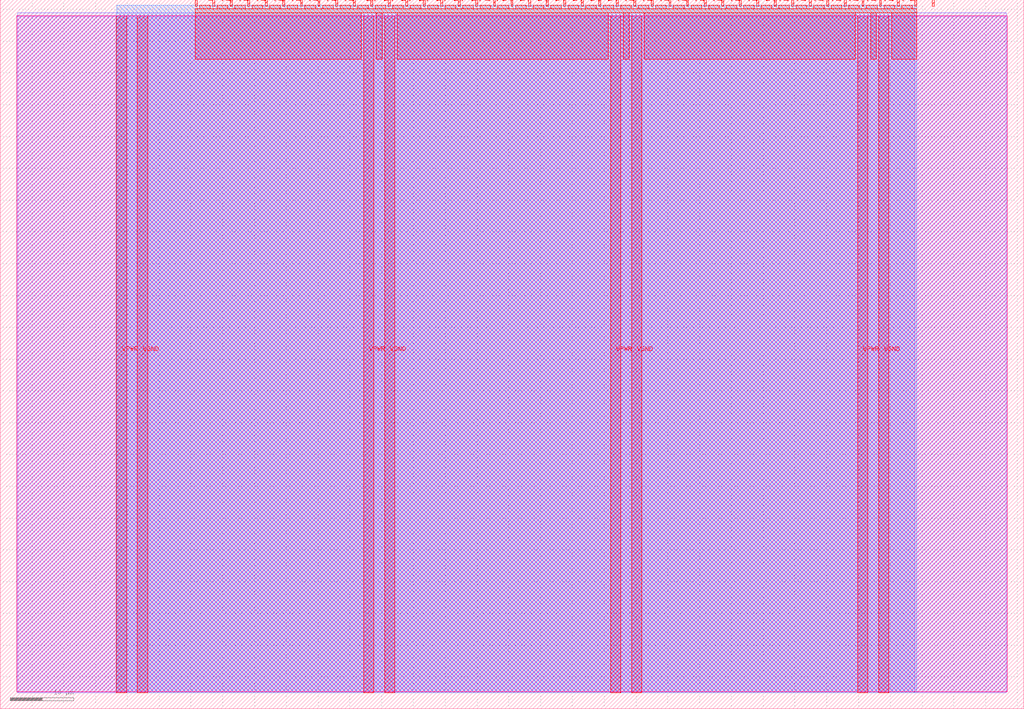
<source format=lef>
VERSION 5.7 ;
  NOWIREEXTENSIONATPIN ON ;
  DIVIDERCHAR "/" ;
  BUSBITCHARS "[]" ;
MACRO tt_um_wokwi_442977493563151361
  CLASS BLOCK ;
  FOREIGN tt_um_wokwi_442977493563151361 ;
  ORIGIN 0.000 0.000 ;
  SIZE 161.000 BY 111.520 ;
  PIN VGND
    DIRECTION INOUT ;
    USE GROUND ;
    PORT
      LAYER met4 ;
        RECT 21.580 2.480 23.180 109.040 ;
    END
    PORT
      LAYER met4 ;
        RECT 60.450 2.480 62.050 109.040 ;
    END
    PORT
      LAYER met4 ;
        RECT 99.320 2.480 100.920 109.040 ;
    END
    PORT
      LAYER met4 ;
        RECT 138.190 2.480 139.790 109.040 ;
    END
  END VGND
  PIN VPWR
    DIRECTION INOUT ;
    USE POWER ;
    PORT
      LAYER met4 ;
        RECT 18.280 2.480 19.880 109.040 ;
    END
    PORT
      LAYER met4 ;
        RECT 57.150 2.480 58.750 109.040 ;
    END
    PORT
      LAYER met4 ;
        RECT 96.020 2.480 97.620 109.040 ;
    END
    PORT
      LAYER met4 ;
        RECT 134.890 2.480 136.490 109.040 ;
    END
  END VPWR
  PIN clk
    DIRECTION INPUT ;
    USE SIGNAL ;
    ANTENNAGATEAREA 0.852000 ;
    PORT
      LAYER met4 ;
        RECT 143.830 110.520 144.130 111.520 ;
    END
  END clk
  PIN ena
    DIRECTION INPUT ;
    USE SIGNAL ;
    PORT
      LAYER met4 ;
        RECT 146.590 110.520 146.890 111.520 ;
    END
  END ena
  PIN rst_n
    DIRECTION INPUT ;
    USE SIGNAL ;
    PORT
      LAYER met4 ;
        RECT 141.070 110.520 141.370 111.520 ;
    END
  END rst_n
  PIN ui_in[0]
    DIRECTION INPUT ;
    USE SIGNAL ;
    ANTENNAGATEAREA 0.196500 ;
    PORT
      LAYER met4 ;
        RECT 138.310 110.520 138.610 111.520 ;
    END
  END ui_in[0]
  PIN ui_in[1]
    DIRECTION INPUT ;
    USE SIGNAL ;
    ANTENNAGATEAREA 0.196500 ;
    PORT
      LAYER met4 ;
        RECT 135.550 110.520 135.850 111.520 ;
    END
  END ui_in[1]
  PIN ui_in[2]
    DIRECTION INPUT ;
    USE SIGNAL ;
    ANTENNAGATEAREA 0.196500 ;
    PORT
      LAYER met4 ;
        RECT 132.790 110.520 133.090 111.520 ;
    END
  END ui_in[2]
  PIN ui_in[3]
    DIRECTION INPUT ;
    USE SIGNAL ;
    ANTENNAGATEAREA 0.196500 ;
    PORT
      LAYER met4 ;
        RECT 130.030 110.520 130.330 111.520 ;
    END
  END ui_in[3]
  PIN ui_in[4]
    DIRECTION INPUT ;
    USE SIGNAL ;
    ANTENNAGATEAREA 0.196500 ;
    PORT
      LAYER met4 ;
        RECT 127.270 110.520 127.570 111.520 ;
    END
  END ui_in[4]
  PIN ui_in[5]
    DIRECTION INPUT ;
    USE SIGNAL ;
    ANTENNAGATEAREA 0.196500 ;
    PORT
      LAYER met4 ;
        RECT 124.510 110.520 124.810 111.520 ;
    END
  END ui_in[5]
  PIN ui_in[6]
    DIRECTION INPUT ;
    USE SIGNAL ;
    ANTENNAGATEAREA 0.196500 ;
    PORT
      LAYER met4 ;
        RECT 121.750 110.520 122.050 111.520 ;
    END
  END ui_in[6]
  PIN ui_in[7]
    DIRECTION INPUT ;
    USE SIGNAL ;
    ANTENNAGATEAREA 0.196500 ;
    PORT
      LAYER met4 ;
        RECT 118.990 110.520 119.290 111.520 ;
    END
  END ui_in[7]
  PIN uio_in[0]
    DIRECTION INPUT ;
    USE SIGNAL ;
    PORT
      LAYER met4 ;
        RECT 116.230 110.520 116.530 111.520 ;
    END
  END uio_in[0]
  PIN uio_in[1]
    DIRECTION INPUT ;
    USE SIGNAL ;
    PORT
      LAYER met4 ;
        RECT 113.470 110.520 113.770 111.520 ;
    END
  END uio_in[1]
  PIN uio_in[2]
    DIRECTION INPUT ;
    USE SIGNAL ;
    PORT
      LAYER met4 ;
        RECT 110.710 110.520 111.010 111.520 ;
    END
  END uio_in[2]
  PIN uio_in[3]
    DIRECTION INPUT ;
    USE SIGNAL ;
    PORT
      LAYER met4 ;
        RECT 107.950 110.520 108.250 111.520 ;
    END
  END uio_in[3]
  PIN uio_in[4]
    DIRECTION INPUT ;
    USE SIGNAL ;
    PORT
      LAYER met4 ;
        RECT 105.190 110.520 105.490 111.520 ;
    END
  END uio_in[4]
  PIN uio_in[5]
    DIRECTION INPUT ;
    USE SIGNAL ;
    PORT
      LAYER met4 ;
        RECT 102.430 110.520 102.730 111.520 ;
    END
  END uio_in[5]
  PIN uio_in[6]
    DIRECTION INPUT ;
    USE SIGNAL ;
    PORT
      LAYER met4 ;
        RECT 99.670 110.520 99.970 111.520 ;
    END
  END uio_in[6]
  PIN uio_in[7]
    DIRECTION INPUT ;
    USE SIGNAL ;
    PORT
      LAYER met4 ;
        RECT 96.910 110.520 97.210 111.520 ;
    END
  END uio_in[7]
  PIN uio_oe[0]
    DIRECTION OUTPUT ;
    USE SIGNAL ;
    PORT
      LAYER met4 ;
        RECT 49.990 110.520 50.290 111.520 ;
    END
  END uio_oe[0]
  PIN uio_oe[1]
    DIRECTION OUTPUT ;
    USE SIGNAL ;
    PORT
      LAYER met4 ;
        RECT 47.230 110.520 47.530 111.520 ;
    END
  END uio_oe[1]
  PIN uio_oe[2]
    DIRECTION OUTPUT ;
    USE SIGNAL ;
    PORT
      LAYER met4 ;
        RECT 44.470 110.520 44.770 111.520 ;
    END
  END uio_oe[2]
  PIN uio_oe[3]
    DIRECTION OUTPUT ;
    USE SIGNAL ;
    PORT
      LAYER met4 ;
        RECT 41.710 110.520 42.010 111.520 ;
    END
  END uio_oe[3]
  PIN uio_oe[4]
    DIRECTION OUTPUT ;
    USE SIGNAL ;
    PORT
      LAYER met4 ;
        RECT 38.950 110.520 39.250 111.520 ;
    END
  END uio_oe[4]
  PIN uio_oe[5]
    DIRECTION OUTPUT ;
    USE SIGNAL ;
    PORT
      LAYER met4 ;
        RECT 36.190 110.520 36.490 111.520 ;
    END
  END uio_oe[5]
  PIN uio_oe[6]
    DIRECTION OUTPUT ;
    USE SIGNAL ;
    PORT
      LAYER met4 ;
        RECT 33.430 110.520 33.730 111.520 ;
    END
  END uio_oe[6]
  PIN uio_oe[7]
    DIRECTION OUTPUT ;
    USE SIGNAL ;
    PORT
      LAYER met4 ;
        RECT 30.670 110.520 30.970 111.520 ;
    END
  END uio_oe[7]
  PIN uio_out[0]
    DIRECTION OUTPUT ;
    USE SIGNAL ;
    PORT
      LAYER met4 ;
        RECT 72.070 110.520 72.370 111.520 ;
    END
  END uio_out[0]
  PIN uio_out[1]
    DIRECTION OUTPUT ;
    USE SIGNAL ;
    PORT
      LAYER met4 ;
        RECT 69.310 110.520 69.610 111.520 ;
    END
  END uio_out[1]
  PIN uio_out[2]
    DIRECTION OUTPUT ;
    USE SIGNAL ;
    PORT
      LAYER met4 ;
        RECT 66.550 110.520 66.850 111.520 ;
    END
  END uio_out[2]
  PIN uio_out[3]
    DIRECTION OUTPUT ;
    USE SIGNAL ;
    PORT
      LAYER met4 ;
        RECT 63.790 110.520 64.090 111.520 ;
    END
  END uio_out[3]
  PIN uio_out[4]
    DIRECTION OUTPUT ;
    USE SIGNAL ;
    PORT
      LAYER met4 ;
        RECT 61.030 110.520 61.330 111.520 ;
    END
  END uio_out[4]
  PIN uio_out[5]
    DIRECTION OUTPUT ;
    USE SIGNAL ;
    PORT
      LAYER met4 ;
        RECT 58.270 110.520 58.570 111.520 ;
    END
  END uio_out[5]
  PIN uio_out[6]
    DIRECTION OUTPUT ;
    USE SIGNAL ;
    PORT
      LAYER met4 ;
        RECT 55.510 110.520 55.810 111.520 ;
    END
  END uio_out[6]
  PIN uio_out[7]
    DIRECTION OUTPUT ;
    USE SIGNAL ;
    PORT
      LAYER met4 ;
        RECT 52.750 110.520 53.050 111.520 ;
    END
  END uio_out[7]
  PIN uo_out[0]
    DIRECTION OUTPUT ;
    USE SIGNAL ;
    ANTENNADIFFAREA 0.445500 ;
    PORT
      LAYER met4 ;
        RECT 94.150 110.520 94.450 111.520 ;
    END
  END uo_out[0]
  PIN uo_out[1]
    DIRECTION OUTPUT ;
    USE SIGNAL ;
    ANTENNADIFFAREA 0.445500 ;
    PORT
      LAYER met4 ;
        RECT 91.390 110.520 91.690 111.520 ;
    END
  END uo_out[1]
  PIN uo_out[2]
    DIRECTION OUTPUT ;
    USE SIGNAL ;
    ANTENNADIFFAREA 0.445500 ;
    PORT
      LAYER met4 ;
        RECT 88.630 110.520 88.930 111.520 ;
    END
  END uo_out[2]
  PIN uo_out[3]
    DIRECTION OUTPUT ;
    USE SIGNAL ;
    ANTENNADIFFAREA 0.445500 ;
    PORT
      LAYER met4 ;
        RECT 85.870 110.520 86.170 111.520 ;
    END
  END uo_out[3]
  PIN uo_out[4]
    DIRECTION OUTPUT ;
    USE SIGNAL ;
    ANTENNADIFFAREA 0.445500 ;
    PORT
      LAYER met4 ;
        RECT 83.110 110.520 83.410 111.520 ;
    END
  END uo_out[4]
  PIN uo_out[5]
    DIRECTION OUTPUT ;
    USE SIGNAL ;
    ANTENNADIFFAREA 0.445500 ;
    PORT
      LAYER met4 ;
        RECT 80.350 110.520 80.650 111.520 ;
    END
  END uo_out[5]
  PIN uo_out[6]
    DIRECTION OUTPUT ;
    USE SIGNAL ;
    ANTENNADIFFAREA 0.445500 ;
    PORT
      LAYER met4 ;
        RECT 77.590 110.520 77.890 111.520 ;
    END
  END uo_out[6]
  PIN uo_out[7]
    DIRECTION OUTPUT ;
    USE SIGNAL ;
    ANTENNADIFFAREA 0.445500 ;
    PORT
      LAYER met4 ;
        RECT 74.830 110.520 75.130 111.520 ;
    END
  END uo_out[7]
  OBS
      LAYER nwell ;
        RECT 2.570 2.635 158.430 108.990 ;
      LAYER li1 ;
        RECT 2.760 2.635 158.240 108.885 ;
      LAYER met1 ;
        RECT 2.760 2.480 158.240 109.440 ;
      LAYER met2 ;
        RECT 18.310 2.535 143.880 110.685 ;
      LAYER met3 ;
        RECT 18.290 2.555 144.170 110.665 ;
      LAYER met4 ;
        RECT 31.370 110.120 33.030 110.665 ;
        RECT 34.130 110.120 35.790 110.665 ;
        RECT 36.890 110.120 38.550 110.665 ;
        RECT 39.650 110.120 41.310 110.665 ;
        RECT 42.410 110.120 44.070 110.665 ;
        RECT 45.170 110.120 46.830 110.665 ;
        RECT 47.930 110.120 49.590 110.665 ;
        RECT 50.690 110.120 52.350 110.665 ;
        RECT 53.450 110.120 55.110 110.665 ;
        RECT 56.210 110.120 57.870 110.665 ;
        RECT 58.970 110.120 60.630 110.665 ;
        RECT 61.730 110.120 63.390 110.665 ;
        RECT 64.490 110.120 66.150 110.665 ;
        RECT 67.250 110.120 68.910 110.665 ;
        RECT 70.010 110.120 71.670 110.665 ;
        RECT 72.770 110.120 74.430 110.665 ;
        RECT 75.530 110.120 77.190 110.665 ;
        RECT 78.290 110.120 79.950 110.665 ;
        RECT 81.050 110.120 82.710 110.665 ;
        RECT 83.810 110.120 85.470 110.665 ;
        RECT 86.570 110.120 88.230 110.665 ;
        RECT 89.330 110.120 90.990 110.665 ;
        RECT 92.090 110.120 93.750 110.665 ;
        RECT 94.850 110.120 96.510 110.665 ;
        RECT 97.610 110.120 99.270 110.665 ;
        RECT 100.370 110.120 102.030 110.665 ;
        RECT 103.130 110.120 104.790 110.665 ;
        RECT 105.890 110.120 107.550 110.665 ;
        RECT 108.650 110.120 110.310 110.665 ;
        RECT 111.410 110.120 113.070 110.665 ;
        RECT 114.170 110.120 115.830 110.665 ;
        RECT 116.930 110.120 118.590 110.665 ;
        RECT 119.690 110.120 121.350 110.665 ;
        RECT 122.450 110.120 124.110 110.665 ;
        RECT 125.210 110.120 126.870 110.665 ;
        RECT 127.970 110.120 129.630 110.665 ;
        RECT 130.730 110.120 132.390 110.665 ;
        RECT 133.490 110.120 135.150 110.665 ;
        RECT 136.250 110.120 137.910 110.665 ;
        RECT 139.010 110.120 140.670 110.665 ;
        RECT 141.770 110.120 143.430 110.665 ;
        RECT 30.655 109.440 144.145 110.120 ;
        RECT 30.655 102.175 56.750 109.440 ;
        RECT 59.150 102.175 60.050 109.440 ;
        RECT 62.450 102.175 95.620 109.440 ;
        RECT 98.020 102.175 98.920 109.440 ;
        RECT 101.320 102.175 134.490 109.440 ;
        RECT 136.890 102.175 137.790 109.440 ;
        RECT 140.190 102.175 144.145 109.440 ;
  END
END tt_um_wokwi_442977493563151361
END LIBRARY


</source>
